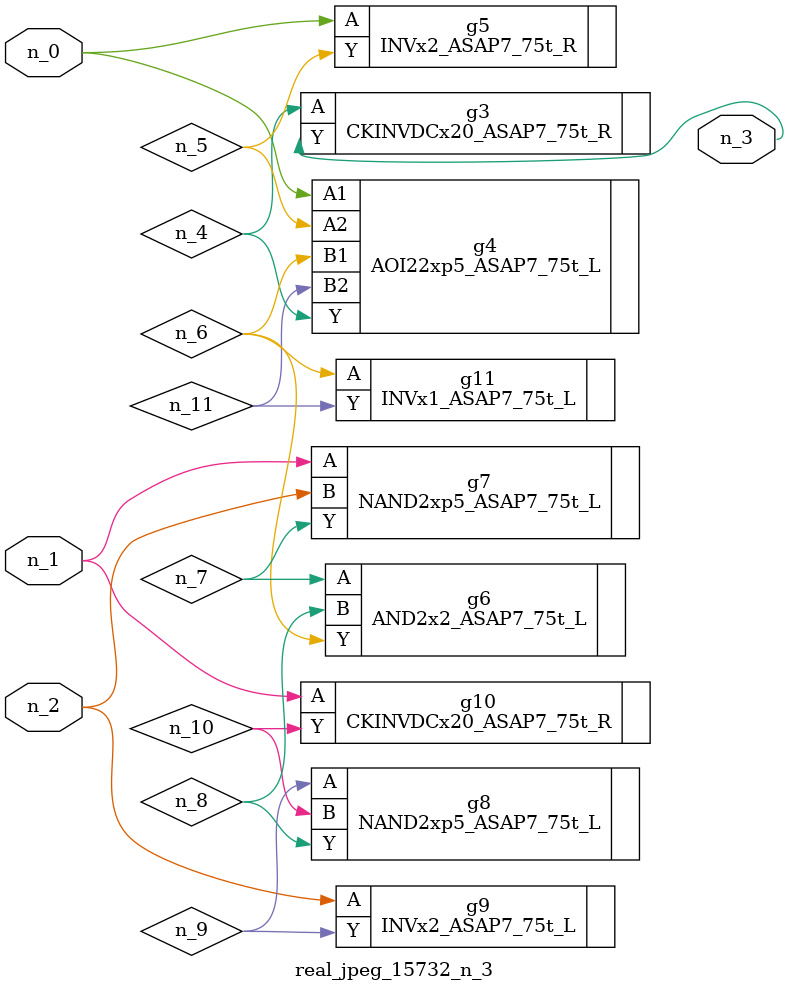
<source format=v>
module real_jpeg_15732_n_3 (n_1, n_0, n_2, n_3);

input n_1;
input n_0;
input n_2;

output n_3;

wire n_5;
wire n_4;
wire n_8;
wire n_11;
wire n_6;
wire n_7;
wire n_10;
wire n_9;

AOI22xp5_ASAP7_75t_L g4 ( 
.A1(n_0),
.A2(n_5),
.B1(n_6),
.B2(n_11),
.Y(n_4)
);

INVx2_ASAP7_75t_R g5 ( 
.A(n_0),
.Y(n_5)
);

NAND2xp5_ASAP7_75t_L g7 ( 
.A(n_1),
.B(n_2),
.Y(n_7)
);

CKINVDCx20_ASAP7_75t_R g10 ( 
.A(n_1),
.Y(n_10)
);

INVx2_ASAP7_75t_L g9 ( 
.A(n_2),
.Y(n_9)
);

CKINVDCx20_ASAP7_75t_R g3 ( 
.A(n_4),
.Y(n_3)
);

INVx1_ASAP7_75t_L g11 ( 
.A(n_6),
.Y(n_11)
);

AND2x2_ASAP7_75t_L g6 ( 
.A(n_7),
.B(n_8),
.Y(n_6)
);

NAND2xp5_ASAP7_75t_L g8 ( 
.A(n_9),
.B(n_10),
.Y(n_8)
);


endmodule
</source>
